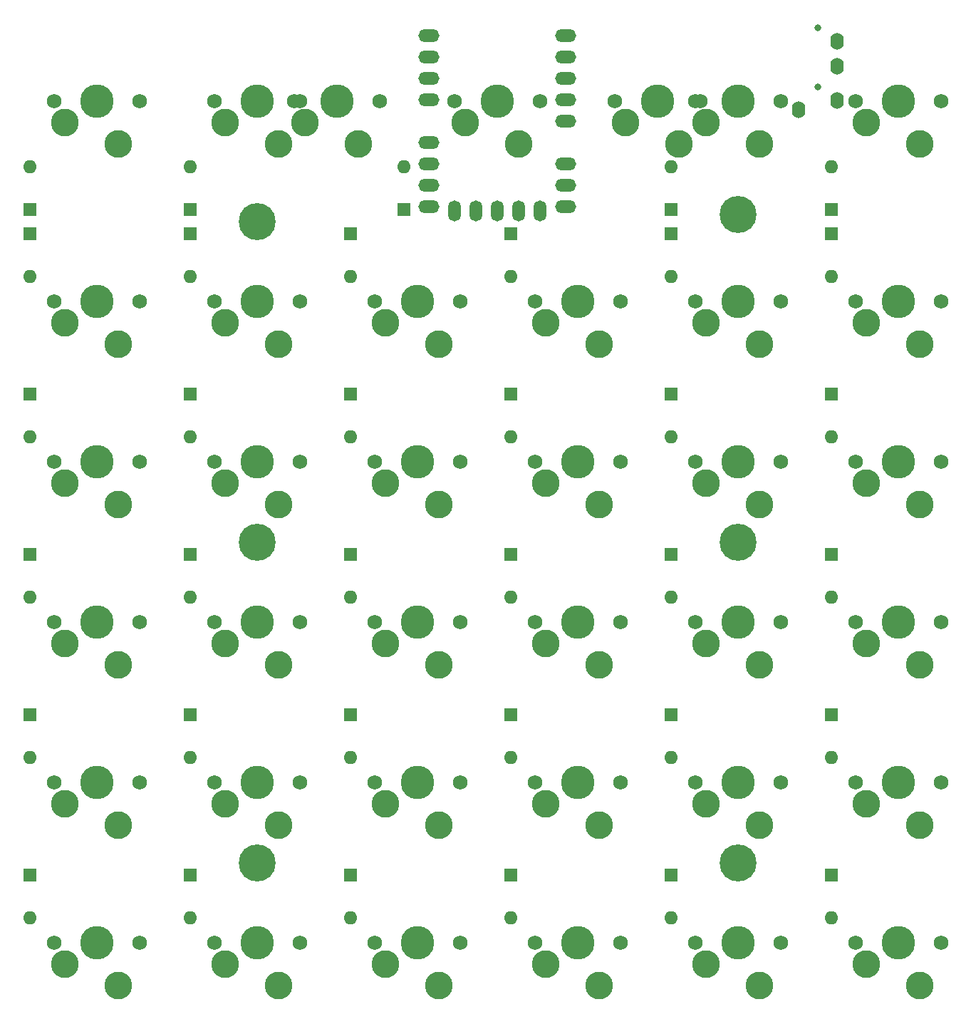
<source format=gbs>
%TF.GenerationSoftware,KiCad,Pcbnew,7.0.7*%
%TF.CreationDate,2023-11-21T20:39:45+01:00*%
%TF.ProjectId,tekskey-v2-molten,74656b73-6b65-4792-9d76-322d6d6f6c74,rev?*%
%TF.SameCoordinates,Original*%
%TF.FileFunction,Soldermask,Bot*%
%TF.FilePolarity,Negative*%
%FSLAX46Y46*%
G04 Gerber Fmt 4.6, Leading zero omitted, Abs format (unit mm)*
G04 Created by KiCad (PCBNEW 7.0.7) date 2023-11-21 20:39:45*
%MOMM*%
%LPD*%
G01*
G04 APERTURE LIST*
%ADD10C,1.750000*%
%ADD11C,3.987800*%
%ADD12C,3.300000*%
%ADD13R,1.600000X1.600000*%
%ADD14O,1.600000X1.600000*%
%ADD15O,2.500000X1.500000*%
%ADD16O,1.500000X2.500000*%
%ADD17C,0.800000*%
%ADD18O,1.600000X2.000000*%
%ADD19C,0.700000*%
%ADD20C,4.400000*%
G04 APERTURE END LIST*
D10*
X84455000Y-80962500D03*
D11*
X79375000Y-80962500D03*
D10*
X74295000Y-80962500D03*
D12*
X75565000Y-83502500D03*
X81915000Y-86042500D03*
D13*
X109537500Y-91916250D03*
D14*
X109537500Y-96996250D03*
D13*
X71437500Y-72866250D03*
D14*
X71437500Y-77946250D03*
D10*
X84455000Y-100012500D03*
D11*
X79375000Y-100012500D03*
D10*
X74295000Y-100012500D03*
D12*
X75565000Y-102552500D03*
X81915000Y-105092500D03*
D13*
X90487500Y-110966250D03*
D14*
X90487500Y-116046250D03*
D13*
X52387500Y-149066250D03*
D14*
X52387500Y-154146250D03*
D13*
X71437500Y-110966250D03*
D14*
X71437500Y-116046250D03*
D15*
X97020000Y-49371250D03*
X97020000Y-51911250D03*
X97020000Y-54451250D03*
X97020000Y-56991250D03*
X97020000Y-59531250D03*
X97020000Y-64611250D03*
X97020000Y-67151250D03*
X97020000Y-69691250D03*
D16*
X93980000Y-70191250D03*
X91440000Y-70191250D03*
X88900000Y-70191250D03*
X86360000Y-70191250D03*
X83820000Y-70191250D03*
D15*
X80780000Y-69691250D03*
X80780000Y-67151250D03*
X80780000Y-64611250D03*
X80780000Y-62071250D03*
X80780000Y-56991250D03*
X80780000Y-54451250D03*
X80780000Y-51911250D03*
X80780000Y-49371250D03*
D13*
X109537500Y-110966250D03*
D14*
X109537500Y-116046250D03*
D10*
X122555000Y-57150000D03*
D11*
X117475000Y-57150000D03*
D10*
X112395000Y-57150000D03*
D12*
X113665000Y-59690000D03*
X120015000Y-62230000D03*
D13*
X90487500Y-72866250D03*
D14*
X90487500Y-77946250D03*
D10*
X46355000Y-100012500D03*
D11*
X41275000Y-100012500D03*
D10*
X36195000Y-100012500D03*
D12*
X37465000Y-102552500D03*
X43815000Y-105092500D03*
D10*
X103505000Y-80962500D03*
D11*
X98425000Y-80962500D03*
D10*
X93345000Y-80962500D03*
D12*
X94615000Y-83502500D03*
X100965000Y-86042500D03*
D13*
X128587500Y-91916250D03*
D14*
X128587500Y-96996250D03*
D10*
X74930000Y-57150000D03*
D11*
X69850000Y-57150000D03*
D10*
X64770000Y-57150000D03*
D12*
X66040000Y-59690000D03*
X72390000Y-62230000D03*
D13*
X33337500Y-70008750D03*
D14*
X33337500Y-64928750D03*
D10*
X65405000Y-157162500D03*
D11*
X60325000Y-157162500D03*
D10*
X55245000Y-157162500D03*
D12*
X56515000Y-159702500D03*
X62865000Y-162242500D03*
D13*
X52387500Y-91916250D03*
D14*
X52387500Y-96996250D03*
D13*
X52387500Y-72866250D03*
D14*
X52387500Y-77946250D03*
D10*
X103505000Y-119062500D03*
D11*
X98425000Y-119062500D03*
D10*
X93345000Y-119062500D03*
D12*
X94615000Y-121602500D03*
X100965000Y-124142500D03*
D13*
X71437500Y-130016250D03*
D14*
X71437500Y-135096250D03*
D10*
X65405000Y-100012500D03*
D11*
X60325000Y-100012500D03*
D10*
X55245000Y-100012500D03*
D12*
X56515000Y-102552500D03*
X62865000Y-105092500D03*
D13*
X52387500Y-130016250D03*
D14*
X52387500Y-135096250D03*
D13*
X33337500Y-149066250D03*
D14*
X33337500Y-154146250D03*
D13*
X128587500Y-72866250D03*
D14*
X128587500Y-77946250D03*
D13*
X109537500Y-72866250D03*
D14*
X109537500Y-77946250D03*
D13*
X109537500Y-130016250D03*
D14*
X109537500Y-135096250D03*
D10*
X141605000Y-80962500D03*
D11*
X136525000Y-80962500D03*
D10*
X131445000Y-80962500D03*
D12*
X132715000Y-83502500D03*
X139065000Y-86042500D03*
D10*
X46355000Y-138112500D03*
D11*
X41275000Y-138112500D03*
D10*
X36195000Y-138112500D03*
D12*
X37465000Y-140652500D03*
X43815000Y-143192500D03*
D13*
X109537500Y-70008750D03*
D14*
X109537500Y-64928750D03*
D10*
X103505000Y-138112500D03*
D11*
X98425000Y-138112500D03*
D10*
X93345000Y-138112500D03*
D12*
X94615000Y-140652500D03*
X100965000Y-143192500D03*
D10*
X122555000Y-100012500D03*
D11*
X117475000Y-100012500D03*
D10*
X112395000Y-100012500D03*
D12*
X113665000Y-102552500D03*
X120015000Y-105092500D03*
D13*
X90487500Y-130016250D03*
D14*
X90487500Y-135096250D03*
D10*
X65405000Y-138112500D03*
D11*
X60325000Y-138112500D03*
D10*
X55245000Y-138112500D03*
D12*
X56515000Y-140652500D03*
X62865000Y-143192500D03*
D10*
X141605000Y-138112500D03*
D11*
X136525000Y-138112500D03*
D10*
X131445000Y-138112500D03*
D12*
X132715000Y-140652500D03*
X139065000Y-143192500D03*
D10*
X141605000Y-100012500D03*
D11*
X136525000Y-100012500D03*
D10*
X131445000Y-100012500D03*
D12*
X132715000Y-102552500D03*
X139065000Y-105092500D03*
D13*
X52387500Y-110966250D03*
D14*
X52387500Y-116046250D03*
D17*
X127000000Y-48431250D03*
X127000000Y-55431250D03*
D18*
X129300000Y-53031250D03*
X129300000Y-50031250D03*
X124700000Y-58131250D03*
X129300000Y-57031250D03*
D10*
X93980000Y-57150000D03*
D11*
X88900000Y-57150000D03*
D10*
X83820000Y-57150000D03*
D12*
X85090000Y-59690000D03*
X91440000Y-62230000D03*
D10*
X65405000Y-80962500D03*
D11*
X60325000Y-80962500D03*
D10*
X55245000Y-80962500D03*
D12*
X56515000Y-83502500D03*
X62865000Y-86042500D03*
D13*
X71437500Y-91916250D03*
D14*
X71437500Y-96996250D03*
D13*
X52387500Y-70008750D03*
D14*
X52387500Y-64928750D03*
D13*
X33337500Y-130016250D03*
D14*
X33337500Y-135096250D03*
D10*
X122555000Y-80962500D03*
D11*
X117475000Y-80962500D03*
D10*
X112395000Y-80962500D03*
D12*
X113665000Y-83502500D03*
X120015000Y-86042500D03*
D19*
X58675000Y-109537500D03*
X59158274Y-108370774D03*
X59158274Y-110704226D03*
X60325000Y-107887500D03*
D20*
X60325000Y-109537500D03*
D19*
X60325000Y-111187500D03*
X61491726Y-108370774D03*
X61491726Y-110704226D03*
X61975000Y-109537500D03*
D10*
X46355000Y-157162500D03*
D11*
X41275000Y-157162500D03*
D10*
X36195000Y-157162500D03*
D12*
X37465000Y-159702500D03*
X43815000Y-162242500D03*
D10*
X141605000Y-157162500D03*
D11*
X136525000Y-157162500D03*
D10*
X131445000Y-157162500D03*
D12*
X132715000Y-159702500D03*
X139065000Y-162242500D03*
D10*
X113030000Y-57150000D03*
D11*
X107950000Y-57150000D03*
D10*
X102870000Y-57150000D03*
D12*
X104140000Y-59690000D03*
X110490000Y-62230000D03*
D13*
X128587500Y-149066250D03*
D14*
X128587500Y-154146250D03*
D19*
X115825000Y-70643750D03*
X116308274Y-69477024D03*
X116308274Y-71810476D03*
X117475000Y-68993750D03*
D20*
X117475000Y-70643750D03*
D19*
X117475000Y-72293750D03*
X118641726Y-69477024D03*
X118641726Y-71810476D03*
X119125000Y-70643750D03*
D13*
X128587500Y-110966250D03*
D14*
X128587500Y-116046250D03*
D13*
X128587500Y-130016250D03*
D14*
X128587500Y-135096250D03*
D13*
X33337500Y-72866250D03*
D14*
X33337500Y-77946250D03*
D10*
X84455000Y-157162500D03*
D11*
X79375000Y-157162500D03*
D10*
X74295000Y-157162500D03*
D12*
X75565000Y-159702500D03*
X81915000Y-162242500D03*
D10*
X46355000Y-57150000D03*
D11*
X41275000Y-57150000D03*
D10*
X36195000Y-57150000D03*
D12*
X37465000Y-59690000D03*
X43815000Y-62230000D03*
D10*
X122555000Y-119062500D03*
D11*
X117475000Y-119062500D03*
D10*
X112395000Y-119062500D03*
D12*
X113665000Y-121602500D03*
X120015000Y-124142500D03*
D19*
X58675000Y-147637500D03*
X59158274Y-146470774D03*
X59158274Y-148804226D03*
X60325000Y-145987500D03*
D20*
X60325000Y-147637500D03*
D19*
X60325000Y-149287500D03*
X61491726Y-146470774D03*
X61491726Y-148804226D03*
X61975000Y-147637500D03*
D10*
X103505000Y-100012500D03*
D11*
X98425000Y-100012500D03*
D10*
X93345000Y-100012500D03*
D12*
X94615000Y-102552500D03*
X100965000Y-105092500D03*
D19*
X115825000Y-147637500D03*
X116308274Y-146470774D03*
X116308274Y-148804226D03*
X117475000Y-145987500D03*
D20*
X117475000Y-147637500D03*
D19*
X117475000Y-149287500D03*
X118641726Y-146470774D03*
X118641726Y-148804226D03*
X119125000Y-147637500D03*
D10*
X46355000Y-80962500D03*
D11*
X41275000Y-80962500D03*
D10*
X36195000Y-80962500D03*
D12*
X37465000Y-83502500D03*
X43815000Y-86042500D03*
D10*
X65405000Y-57150000D03*
D11*
X60325000Y-57150000D03*
D10*
X55245000Y-57150000D03*
D12*
X56515000Y-59690000D03*
X62865000Y-62230000D03*
D13*
X77787500Y-70008750D03*
D14*
X77787500Y-64928750D03*
D19*
X58675000Y-71437500D03*
X59158274Y-70270774D03*
X59158274Y-72604226D03*
X60325000Y-69787500D03*
D20*
X60325000Y-71437500D03*
D19*
X60325000Y-73087500D03*
X61491726Y-70270774D03*
X61491726Y-72604226D03*
X61975000Y-71437500D03*
D13*
X33337500Y-91916250D03*
D14*
X33337500Y-96996250D03*
D10*
X84455000Y-119062500D03*
D11*
X79375000Y-119062500D03*
D10*
X74295000Y-119062500D03*
D12*
X75565000Y-121602500D03*
X81915000Y-124142500D03*
D13*
X109537500Y-149066250D03*
D14*
X109537500Y-154146250D03*
D13*
X128587500Y-70008750D03*
D14*
X128587500Y-64928750D03*
D10*
X65405000Y-119062500D03*
D11*
X60325000Y-119062500D03*
D10*
X55245000Y-119062500D03*
D12*
X56515000Y-121602500D03*
X62865000Y-124142500D03*
D10*
X103505000Y-157162500D03*
D11*
X98425000Y-157162500D03*
D10*
X93345000Y-157162500D03*
D12*
X94615000Y-159702500D03*
X100965000Y-162242500D03*
D10*
X122555000Y-157162500D03*
D11*
X117475000Y-157162500D03*
D10*
X112395000Y-157162500D03*
D12*
X113665000Y-159702500D03*
X120015000Y-162242500D03*
D19*
X115825000Y-109537500D03*
X116308274Y-108370774D03*
X116308274Y-110704226D03*
X117475000Y-107887500D03*
D20*
X117475000Y-109537500D03*
D19*
X117475000Y-111187500D03*
X118641726Y-108370774D03*
X118641726Y-110704226D03*
X119125000Y-109537500D03*
D10*
X84455000Y-138112500D03*
D11*
X79375000Y-138112500D03*
D10*
X74295000Y-138112500D03*
D12*
X75565000Y-140652500D03*
X81915000Y-143192500D03*
D13*
X71437500Y-149066250D03*
D14*
X71437500Y-154146250D03*
D13*
X90487500Y-149066250D03*
D14*
X90487500Y-154146250D03*
D10*
X46355000Y-119062500D03*
D11*
X41275000Y-119062500D03*
D10*
X36195000Y-119062500D03*
D12*
X37465000Y-121602500D03*
X43815000Y-124142500D03*
D13*
X90487500Y-91916250D03*
D14*
X90487500Y-96996250D03*
D10*
X122555000Y-138112500D03*
D11*
X117475000Y-138112500D03*
D10*
X112395000Y-138112500D03*
D12*
X113665000Y-140652500D03*
X120015000Y-143192500D03*
D13*
X33337500Y-110966250D03*
D14*
X33337500Y-116046250D03*
D10*
X141605000Y-119062500D03*
D11*
X136525000Y-119062500D03*
D10*
X131445000Y-119062500D03*
D12*
X132715000Y-121602500D03*
X139065000Y-124142500D03*
D10*
X141605000Y-57150000D03*
D11*
X136525000Y-57150000D03*
D10*
X131445000Y-57150000D03*
D12*
X132715000Y-59690000D03*
X139065000Y-62230000D03*
M02*

</source>
